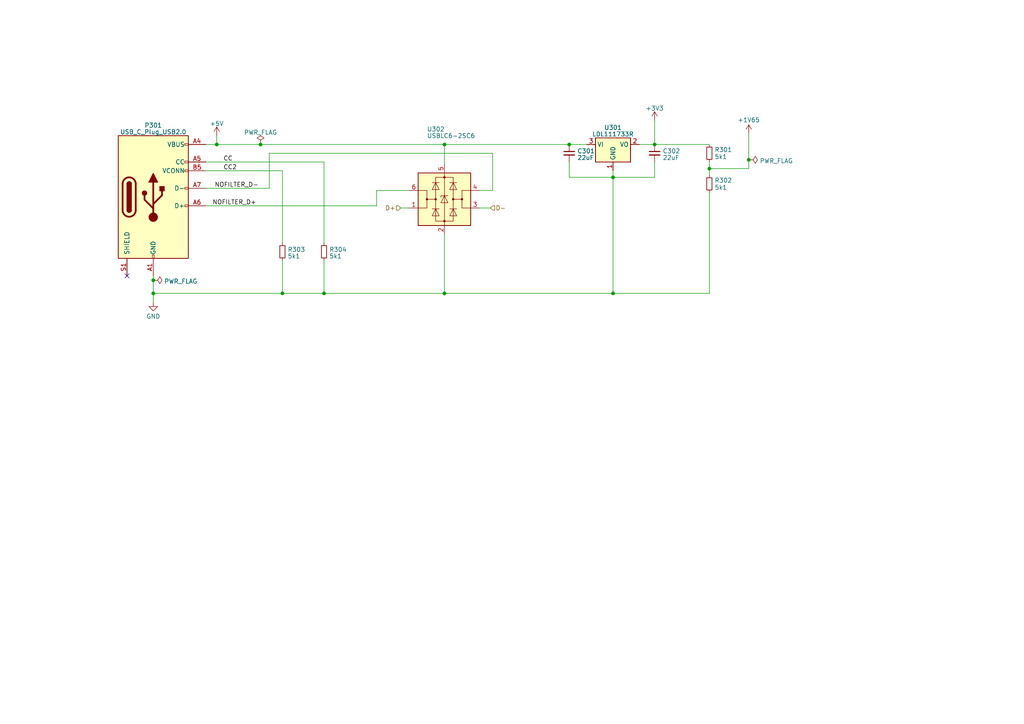
<source format=kicad_sch>
(kicad_sch (version 20230121) (generator eeschema)

  (uuid cb3fdef6-abf1-4949-adc6-2aa5c1f2fbe6)

  (paper "A4")

  (lib_symbols
    (symbol "Device:C_Small" (pin_numbers hide) (pin_names (offset 0.254) hide) (in_bom yes) (on_board yes)
      (property "Reference" "C" (at 0.254 1.778 0)
        (effects (font (size 1.27 1.27)) (justify left))
      )
      (property "Value" "C_Small" (at 0.254 -2.032 0)
        (effects (font (size 1.27 1.27)) (justify left))
      )
      (property "Footprint" "" (at 0 0 0)
        (effects (font (size 1.27 1.27)) hide)
      )
      (property "Datasheet" "~" (at 0 0 0)
        (effects (font (size 1.27 1.27)) hide)
      )
      (property "ki_keywords" "capacitor cap" (at 0 0 0)
        (effects (font (size 1.27 1.27)) hide)
      )
      (property "ki_description" "Unpolarized capacitor, small symbol" (at 0 0 0)
        (effects (font (size 1.27 1.27)) hide)
      )
      (property "ki_fp_filters" "C_*" (at 0 0 0)
        (effects (font (size 1.27 1.27)) hide)
      )
      (symbol "C_Small_0_1"
        (polyline
          (pts
            (xy -1.524 -0.508)
            (xy 1.524 -0.508)
          )
          (stroke (width 0.3302) (type default))
          (fill (type none))
        )
        (polyline
          (pts
            (xy -1.524 0.508)
            (xy 1.524 0.508)
          )
          (stroke (width 0.3048) (type default))
          (fill (type none))
        )
      )
      (symbol "C_Small_1_1"
        (pin passive line (at 0 2.54 270) (length 2.032)
          (name "~" (effects (font (size 1.27 1.27))))
          (number "1" (effects (font (size 1.27 1.27))))
        )
        (pin passive line (at 0 -2.54 90) (length 2.032)
          (name "~" (effects (font (size 1.27 1.27))))
          (number "2" (effects (font (size 1.27 1.27))))
        )
      )
    )
    (symbol "Device:R_Small" (pin_numbers hide) (pin_names (offset 0.254) hide) (in_bom yes) (on_board yes)
      (property "Reference" "R" (at 0.762 0.508 0)
        (effects (font (size 1.27 1.27)) (justify left))
      )
      (property "Value" "R_Small" (at 0.762 -1.016 0)
        (effects (font (size 1.27 1.27)) (justify left))
      )
      (property "Footprint" "" (at 0 0 0)
        (effects (font (size 1.27 1.27)) hide)
      )
      (property "Datasheet" "~" (at 0 0 0)
        (effects (font (size 1.27 1.27)) hide)
      )
      (property "ki_keywords" "R resistor" (at 0 0 0)
        (effects (font (size 1.27 1.27)) hide)
      )
      (property "ki_description" "Resistor, small symbol" (at 0 0 0)
        (effects (font (size 1.27 1.27)) hide)
      )
      (property "ki_fp_filters" "R_*" (at 0 0 0)
        (effects (font (size 1.27 1.27)) hide)
      )
      (symbol "R_Small_0_1"
        (rectangle (start -0.762 1.778) (end 0.762 -1.778)
          (stroke (width 0.2032) (type default))
          (fill (type none))
        )
      )
      (symbol "R_Small_1_1"
        (pin passive line (at 0 2.54 270) (length 0.762)
          (name "~" (effects (font (size 1.27 1.27))))
          (number "1" (effects (font (size 1.27 1.27))))
        )
        (pin passive line (at 0 -2.54 90) (length 0.762)
          (name "~" (effects (font (size 1.27 1.27))))
          (number "2" (effects (font (size 1.27 1.27))))
        )
      )
    )
    (symbol "Power_Protection:USBLC6-2SC6" (pin_names hide) (in_bom yes) (on_board yes)
      (property "Reference" "U" (at 2.54 8.89 0)
        (effects (font (size 1.27 1.27)) (justify left))
      )
      (property "Value" "USBLC6-2SC6" (at 2.54 -8.89 0)
        (effects (font (size 1.27 1.27)) (justify left))
      )
      (property "Footprint" "Package_TO_SOT_SMD:SOT-23-6" (at 0 -12.7 0)
        (effects (font (size 1.27 1.27)) hide)
      )
      (property "Datasheet" "https://www.st.com/resource/en/datasheet/usblc6-2.pdf" (at 5.08 8.89 0)
        (effects (font (size 1.27 1.27)) hide)
      )
      (property "ki_keywords" "usb ethernet video" (at 0 0 0)
        (effects (font (size 1.27 1.27)) hide)
      )
      (property "ki_description" "Very low capacitance ESD protection diode, 2 data-line, SOT-23-6" (at 0 0 0)
        (effects (font (size 1.27 1.27)) hide)
      )
      (property "ki_fp_filters" "SOT?23*" (at 0 0 0)
        (effects (font (size 1.27 1.27)) hide)
      )
      (symbol "USBLC6-2SC6_0_1"
        (rectangle (start -7.62 -7.62) (end 7.62 7.62)
          (stroke (width 0.254) (type default))
          (fill (type background))
        )
        (circle (center -5.08 0) (radius 0.254)
          (stroke (width 0) (type default))
          (fill (type outline))
        )
        (circle (center -2.54 0) (radius 0.254)
          (stroke (width 0) (type default))
          (fill (type outline))
        )
        (rectangle (start -2.54 6.35) (end 2.54 -6.35)
          (stroke (width 0) (type default))
          (fill (type none))
        )
        (circle (center 0 -6.35) (radius 0.254)
          (stroke (width 0) (type default))
          (fill (type outline))
        )
        (polyline
          (pts
            (xy -5.08 -2.54)
            (xy -7.62 -2.54)
          )
          (stroke (width 0) (type default))
          (fill (type none))
        )
        (polyline
          (pts
            (xy -5.08 0)
            (xy -5.08 -2.54)
          )
          (stroke (width 0) (type default))
          (fill (type none))
        )
        (polyline
          (pts
            (xy -5.08 2.54)
            (xy -7.62 2.54)
          )
          (stroke (width 0) (type default))
          (fill (type none))
        )
        (polyline
          (pts
            (xy -1.524 -2.794)
            (xy -3.556 -2.794)
          )
          (stroke (width 0) (type default))
          (fill (type none))
        )
        (polyline
          (pts
            (xy -1.524 4.826)
            (xy -3.556 4.826)
          )
          (stroke (width 0) (type default))
          (fill (type none))
        )
        (polyline
          (pts
            (xy 0 -7.62)
            (xy 0 -6.35)
          )
          (stroke (width 0) (type default))
          (fill (type none))
        )
        (polyline
          (pts
            (xy 0 -6.35)
            (xy 0 1.27)
          )
          (stroke (width 0) (type default))
          (fill (type none))
        )
        (polyline
          (pts
            (xy 0 1.27)
            (xy 0 6.35)
          )
          (stroke (width 0) (type default))
          (fill (type none))
        )
        (polyline
          (pts
            (xy 0 6.35)
            (xy 0 7.62)
          )
          (stroke (width 0) (type default))
          (fill (type none))
        )
        (polyline
          (pts
            (xy 1.524 -2.794)
            (xy 3.556 -2.794)
          )
          (stroke (width 0) (type default))
          (fill (type none))
        )
        (polyline
          (pts
            (xy 1.524 4.826)
            (xy 3.556 4.826)
          )
          (stroke (width 0) (type default))
          (fill (type none))
        )
        (polyline
          (pts
            (xy 5.08 -2.54)
            (xy 7.62 -2.54)
          )
          (stroke (width 0) (type default))
          (fill (type none))
        )
        (polyline
          (pts
            (xy 5.08 0)
            (xy 5.08 -2.54)
          )
          (stroke (width 0) (type default))
          (fill (type none))
        )
        (polyline
          (pts
            (xy 5.08 2.54)
            (xy 7.62 2.54)
          )
          (stroke (width 0) (type default))
          (fill (type none))
        )
        (polyline
          (pts
            (xy -2.54 0)
            (xy -5.08 0)
            (xy -5.08 2.54)
          )
          (stroke (width 0) (type default))
          (fill (type none))
        )
        (polyline
          (pts
            (xy 2.54 0)
            (xy 5.08 0)
            (xy 5.08 2.54)
          )
          (stroke (width 0) (type default))
          (fill (type none))
        )
        (polyline
          (pts
            (xy -3.556 -4.826)
            (xy -1.524 -4.826)
            (xy -2.54 -2.794)
            (xy -3.556 -4.826)
          )
          (stroke (width 0) (type default))
          (fill (type none))
        )
        (polyline
          (pts
            (xy -3.556 2.794)
            (xy -1.524 2.794)
            (xy -2.54 4.826)
            (xy -3.556 2.794)
          )
          (stroke (width 0) (type default))
          (fill (type none))
        )
        (polyline
          (pts
            (xy -1.016 -1.016)
            (xy 1.016 -1.016)
            (xy 0 1.016)
            (xy -1.016 -1.016)
          )
          (stroke (width 0) (type default))
          (fill (type none))
        )
        (polyline
          (pts
            (xy 1.016 1.016)
            (xy 0.762 1.016)
            (xy -1.016 1.016)
            (xy -1.016 0.508)
          )
          (stroke (width 0) (type default))
          (fill (type none))
        )
        (polyline
          (pts
            (xy 3.556 -4.826)
            (xy 1.524 -4.826)
            (xy 2.54 -2.794)
            (xy 3.556 -4.826)
          )
          (stroke (width 0) (type default))
          (fill (type none))
        )
        (polyline
          (pts
            (xy 3.556 2.794)
            (xy 1.524 2.794)
            (xy 2.54 4.826)
            (xy 3.556 2.794)
          )
          (stroke (width 0) (type default))
          (fill (type none))
        )
        (circle (center 0 6.35) (radius 0.254)
          (stroke (width 0) (type default))
          (fill (type outline))
        )
        (circle (center 2.54 0) (radius 0.254)
          (stroke (width 0) (type default))
          (fill (type outline))
        )
        (circle (center 5.08 0) (radius 0.254)
          (stroke (width 0) (type default))
          (fill (type outline))
        )
      )
      (symbol "USBLC6-2SC6_1_1"
        (pin passive line (at -10.16 -2.54 0) (length 2.54)
          (name "I/O1" (effects (font (size 1.27 1.27))))
          (number "1" (effects (font (size 1.27 1.27))))
        )
        (pin passive line (at 0 -10.16 90) (length 2.54)
          (name "GND" (effects (font (size 1.27 1.27))))
          (number "2" (effects (font (size 1.27 1.27))))
        )
        (pin passive line (at 10.16 -2.54 180) (length 2.54)
          (name "I/O2" (effects (font (size 1.27 1.27))))
          (number "3" (effects (font (size 1.27 1.27))))
        )
        (pin passive line (at 10.16 2.54 180) (length 2.54)
          (name "I/O2" (effects (font (size 1.27 1.27))))
          (number "4" (effects (font (size 1.27 1.27))))
        )
        (pin passive line (at 0 10.16 270) (length 2.54)
          (name "VBUS" (effects (font (size 1.27 1.27))))
          (number "5" (effects (font (size 1.27 1.27))))
        )
        (pin passive line (at -10.16 2.54 0) (length 2.54)
          (name "I/O1" (effects (font (size 1.27 1.27))))
          (number "6" (effects (font (size 1.27 1.27))))
        )
      )
    )
    (symbol "Regulator_Linear:AMS1117-3.3" (in_bom yes) (on_board yes)
      (property "Reference" "U" (at -3.81 3.175 0)
        (effects (font (size 1.27 1.27)))
      )
      (property "Value" "AMS1117-3.3" (at 0 3.175 0)
        (effects (font (size 1.27 1.27)) (justify left))
      )
      (property "Footprint" "Package_TO_SOT_SMD:SOT-223-3_TabPin2" (at 0 5.08 0)
        (effects (font (size 1.27 1.27)) hide)
      )
      (property "Datasheet" "http://www.advanced-monolithic.com/pdf/ds1117.pdf" (at 2.54 -6.35 0)
        (effects (font (size 1.27 1.27)) hide)
      )
      (property "ki_keywords" "linear regulator ldo fixed positive" (at 0 0 0)
        (effects (font (size 1.27 1.27)) hide)
      )
      (property "ki_description" "1A Low Dropout regulator, positive, 3.3V fixed output, SOT-223" (at 0 0 0)
        (effects (font (size 1.27 1.27)) hide)
      )
      (property "ki_fp_filters" "SOT?223*TabPin2*" (at 0 0 0)
        (effects (font (size 1.27 1.27)) hide)
      )
      (symbol "AMS1117-3.3_0_1"
        (rectangle (start -5.08 -5.08) (end 5.08 1.905)
          (stroke (width 0.254) (type default))
          (fill (type background))
        )
      )
      (symbol "AMS1117-3.3_1_1"
        (pin power_in line (at 0 -7.62 90) (length 2.54)
          (name "GND" (effects (font (size 1.27 1.27))))
          (number "1" (effects (font (size 1.27 1.27))))
        )
        (pin power_out line (at 7.62 0 180) (length 2.54)
          (name "VO" (effects (font (size 1.27 1.27))))
          (number "2" (effects (font (size 1.27 1.27))))
        )
        (pin power_in line (at -7.62 0 0) (length 2.54)
          (name "VI" (effects (font (size 1.27 1.27))))
          (number "3" (effects (font (size 1.27 1.27))))
        )
      )
    )
    (symbol "peepeedoodookaka:+1V65" (power) (pin_names (offset 0)) (in_bom yes) (on_board yes)
      (property "Reference" "#PWR" (at 0 -3.81 0)
        (effects (font (size 1.27 1.27)) hide)
      )
      (property "Value" "+1V65" (at 0 3.556 0)
        (effects (font (size 1.27 1.27)))
      )
      (property "Footprint" "" (at 0 0 0)
        (effects (font (size 1.27 1.27)) hide)
      )
      (property "Datasheet" "" (at 0 0 0)
        (effects (font (size 1.27 1.27)) hide)
      )
      (property "ki_keywords" "global power" (at 0 0 0)
        (effects (font (size 1.27 1.27)) hide)
      )
      (property "ki_description" "Power symbol creates a global label with name \"+3V3\"" (at 0 0 0)
        (effects (font (size 1.27 1.27)) hide)
      )
      (symbol "+1V65_0_1"
        (polyline
          (pts
            (xy -0.762 1.27)
            (xy 0 2.54)
          )
          (stroke (width 0) (type default))
          (fill (type none))
        )
        (polyline
          (pts
            (xy 0 0)
            (xy 0 2.54)
          )
          (stroke (width 0) (type default))
          (fill (type none))
        )
        (polyline
          (pts
            (xy 0 2.54)
            (xy 0.762 1.27)
          )
          (stroke (width 0) (type default))
          (fill (type none))
        )
      )
      (symbol "+1V65_1_1"
        (pin power_in line (at 0 0 90) (length 0) hide
          (name "+1V65" (effects (font (size 1.27 1.27))))
          (number "1" (effects (font (size 1.27 1.27))))
        )
      )
    )
    (symbol "peepeedoodookaka:USB_C_Plug_USB2.0" (pin_names (offset 1.016)) (in_bom yes) (on_board yes)
      (property "Reference" "P" (at -10.16 19.05 0)
        (effects (font (size 1.27 1.27)) (justify left))
      )
      (property "Value" "USB_C_Plug_USB2.0" (at 12.7 19.05 0)
        (effects (font (size 1.27 1.27)) (justify right))
      )
      (property "Footprint" "" (at 3.81 0 0)
        (effects (font (size 1.27 1.27)) hide)
      )
      (property "Datasheet" "https://www.usb.org/sites/default/files/documents/usb_type-c.zip" (at 3.81 0 0)
        (effects (font (size 1.27 1.27)) hide)
      )
      (property "ki_keywords" "usb universal serial bus type-C USB2.0" (at 0 0 0)
        (effects (font (size 1.27 1.27)) hide)
      )
      (property "ki_description" "USB 2.0-only Type-C Plug connector" (at 0 0 0)
        (effects (font (size 1.27 1.27)) hide)
      )
      (property "ki_fp_filters" "USB*C*Plug*" (at 0 0 0)
        (effects (font (size 1.27 1.27)) hide)
      )
      (symbol "USB_C_Plug_USB2.0_0_0"
        (rectangle (start -0.254 -17.78) (end 0.254 -16.764)
          (stroke (width 0) (type default))
          (fill (type none))
        )
        (rectangle (start 10.16 -2.286) (end 9.144 -2.794)
          (stroke (width 0) (type default))
          (fill (type none))
        )
        (rectangle (start 10.16 2.794) (end 9.144 2.286)
          (stroke (width 0) (type default))
          (fill (type none))
        )
        (rectangle (start 10.16 7.874) (end 9.144 7.366)
          (stroke (width 0) (type default))
          (fill (type none))
        )
        (rectangle (start 10.16 10.414) (end 9.144 9.906)
          (stroke (width 0) (type default))
          (fill (type none))
        )
        (rectangle (start 10.16 15.494) (end 9.144 14.986)
          (stroke (width 0) (type default))
          (fill (type none))
        )
      )
      (symbol "USB_C_Plug_USB2.0_0_1"
        (rectangle (start -10.16 17.78) (end 10.16 -17.78)
          (stroke (width 0.254) (type default))
          (fill (type background))
        )
        (arc (start -8.89 -3.81) (mid -6.985 -5.7067) (end -5.08 -3.81)
          (stroke (width 0.508) (type default))
          (fill (type none))
        )
        (arc (start -7.62 -3.81) (mid -6.985 -4.4423) (end -6.35 -3.81)
          (stroke (width 0.254) (type default))
          (fill (type none))
        )
        (arc (start -7.62 -3.81) (mid -6.985 -4.4423) (end -6.35 -3.81)
          (stroke (width 0.254) (type default))
          (fill (type outline))
        )
        (rectangle (start -7.62 -3.81) (end -6.35 3.81)
          (stroke (width 0.254) (type default))
          (fill (type outline))
        )
        (arc (start -6.35 3.81) (mid -6.985 4.4423) (end -7.62 3.81)
          (stroke (width 0.254) (type default))
          (fill (type none))
        )
        (arc (start -6.35 3.81) (mid -6.985 4.4423) (end -7.62 3.81)
          (stroke (width 0.254) (type default))
          (fill (type outline))
        )
        (arc (start -5.08 3.81) (mid -6.985 5.7067) (end -8.89 3.81)
          (stroke (width 0.508) (type default))
          (fill (type none))
        )
        (circle (center -2.54 1.143) (radius 0.635)
          (stroke (width 0.254) (type default))
          (fill (type outline))
        )
        (circle (center 0 -5.842) (radius 1.27)
          (stroke (width 0) (type default))
          (fill (type outline))
        )
        (polyline
          (pts
            (xy -8.89 -3.81)
            (xy -8.89 3.81)
          )
          (stroke (width 0.508) (type default))
          (fill (type none))
        )
        (polyline
          (pts
            (xy -5.08 3.81)
            (xy -5.08 -3.81)
          )
          (stroke (width 0.508) (type default))
          (fill (type none))
        )
        (polyline
          (pts
            (xy 0 -5.842)
            (xy 0 4.318)
          )
          (stroke (width 0.508) (type default))
          (fill (type none))
        )
        (polyline
          (pts
            (xy 0 -3.302)
            (xy -2.54 -0.762)
            (xy -2.54 0.508)
          )
          (stroke (width 0.508) (type default))
          (fill (type none))
        )
        (polyline
          (pts
            (xy 0 -2.032)
            (xy 2.54 0.508)
            (xy 2.54 1.778)
          )
          (stroke (width 0.508) (type default))
          (fill (type none))
        )
        (polyline
          (pts
            (xy -1.27 4.318)
            (xy 0 6.858)
            (xy 1.27 4.318)
            (xy -1.27 4.318)
          )
          (stroke (width 0.254) (type default))
          (fill (type outline))
        )
        (rectangle (start 1.905 1.778) (end 3.175 3.048)
          (stroke (width 0.254) (type default))
          (fill (type outline))
        )
      )
      (symbol "USB_C_Plug_USB2.0_1_1"
        (pin passive line (at 0 -22.86 90) (length 5.08)
          (name "GND" (effects (font (size 1.27 1.27))))
          (number "A1" (effects (font (size 1.27 1.27))))
        )
        (pin passive line (at 0 -22.86 90) (length 5.08) hide
          (name "GND" (effects (font (size 1.27 1.27))))
          (number "A12" (effects (font (size 1.27 1.27))))
        )
        (pin passive line (at 15.24 15.24 180) (length 5.08)
          (name "VBUS" (effects (font (size 1.27 1.27))))
          (number "A4" (effects (font (size 1.27 1.27))))
        )
        (pin bidirectional line (at 15.24 10.16 180) (length 5.08)
          (name "CC" (effects (font (size 1.27 1.27))))
          (number "A5" (effects (font (size 1.27 1.27))))
        )
        (pin bidirectional line (at 15.24 -2.54 180) (length 5.08)
          (name "D+" (effects (font (size 1.27 1.27))))
          (number "A6" (effects (font (size 1.27 1.27))))
        )
        (pin bidirectional line (at 15.24 2.54 180) (length 5.08)
          (name "D-" (effects (font (size 1.27 1.27))))
          (number "A7" (effects (font (size 1.27 1.27))))
        )
        (pin passive line (at 15.24 15.24 180) (length 5.08) hide
          (name "VBUS" (effects (font (size 1.27 1.27))))
          (number "A9" (effects (font (size 1.27 1.27))))
        )
        (pin passive line (at 0 -22.86 90) (length 5.08) hide
          (name "GND" (effects (font (size 1.27 1.27))))
          (number "B1" (effects (font (size 1.27 1.27))))
        )
        (pin passive line (at 0 -22.86 90) (length 5.08) hide
          (name "GND" (effects (font (size 1.27 1.27))))
          (number "B12" (effects (font (size 1.27 1.27))))
        )
        (pin passive line (at 15.24 15.24 180) (length 5.08) hide
          (name "VBUS" (effects (font (size 1.27 1.27))))
          (number "B4" (effects (font (size 1.27 1.27))))
        )
        (pin bidirectional line (at 15.24 7.62 180) (length 5.08)
          (name "VCONN" (effects (font (size 1.27 1.27))))
          (number "B5" (effects (font (size 1.27 1.27))))
        )
        (pin bidirectional line (at 15.24 -2.54 180) (length 5.08) hide
          (name "D+" (effects (font (size 1.27 1.27))))
          (number "B6" (effects (font (size 1.27 1.27))))
        )
        (pin bidirectional line (at 15.24 2.54 180) (length 5.08) hide
          (name "D-" (effects (font (size 1.27 1.27))))
          (number "B7" (effects (font (size 1.27 1.27))))
        )
        (pin passive line (at 15.24 15.24 180) (length 5.08) hide
          (name "VBUS" (effects (font (size 1.27 1.27))))
          (number "B9" (effects (font (size 1.27 1.27))))
        )
        (pin passive line (at -7.62 -22.86 90) (length 5.08)
          (name "SHIELD" (effects (font (size 1.27 1.27))))
          (number "S1" (effects (font (size 1.27 1.27))))
        )
      )
    )
    (symbol "power:+3V3" (power) (pin_names (offset 0)) (in_bom yes) (on_board yes)
      (property "Reference" "#PWR" (at 0 -3.81 0)
        (effects (font (size 1.27 1.27)) hide)
      )
      (property "Value" "+3V3" (at 0 3.556 0)
        (effects (font (size 1.27 1.27)))
      )
      (property "Footprint" "" (at 0 0 0)
        (effects (font (size 1.27 1.27)) hide)
      )
      (property "Datasheet" "" (at 0 0 0)
        (effects (font (size 1.27 1.27)) hide)
      )
      (property "ki_keywords" "global power" (at 0 0 0)
        (effects (font (size 1.27 1.27)) hide)
      )
      (property "ki_description" "Power symbol creates a global label with name \"+3V3\"" (at 0 0 0)
        (effects (font (size 1.27 1.27)) hide)
      )
      (symbol "+3V3_0_1"
        (polyline
          (pts
            (xy -0.762 1.27)
            (xy 0 2.54)
          )
          (stroke (width 0) (type default))
          (fill (type none))
        )
        (polyline
          (pts
            (xy 0 0)
            (xy 0 2.54)
          )
          (stroke (width 0) (type default))
          (fill (type none))
        )
        (polyline
          (pts
            (xy 0 2.54)
            (xy 0.762 1.27)
          )
          (stroke (width 0) (type default))
          (fill (type none))
        )
      )
      (symbol "+3V3_1_1"
        (pin power_in line (at 0 0 90) (length 0) hide
          (name "+3V3" (effects (font (size 1.27 1.27))))
          (number "1" (effects (font (size 1.27 1.27))))
        )
      )
    )
    (symbol "power:+5V" (power) (pin_names (offset 0)) (in_bom yes) (on_board yes)
      (property "Reference" "#PWR" (at 0 -3.81 0)
        (effects (font (size 1.27 1.27)) hide)
      )
      (property "Value" "+5V" (at 0 3.556 0)
        (effects (font (size 1.27 1.27)))
      )
      (property "Footprint" "" (at 0 0 0)
        (effects (font (size 1.27 1.27)) hide)
      )
      (property "Datasheet" "" (at 0 0 0)
        (effects (font (size 1.27 1.27)) hide)
      )
      (property "ki_keywords" "global power" (at 0 0 0)
        (effects (font (size 1.27 1.27)) hide)
      )
      (property "ki_description" "Power symbol creates a global label with name \"+5V\"" (at 0 0 0)
        (effects (font (size 1.27 1.27)) hide)
      )
      (symbol "+5V_0_1"
        (polyline
          (pts
            (xy -0.762 1.27)
            (xy 0 2.54)
          )
          (stroke (width 0) (type default))
          (fill (type none))
        )
        (polyline
          (pts
            (xy 0 0)
            (xy 0 2.54)
          )
          (stroke (width 0) (type default))
          (fill (type none))
        )
        (polyline
          (pts
            (xy 0 2.54)
            (xy 0.762 1.27)
          )
          (stroke (width 0) (type default))
          (fill (type none))
        )
      )
      (symbol "+5V_1_1"
        (pin power_in line (at 0 0 90) (length 0) hide
          (name "+5V" (effects (font (size 1.27 1.27))))
          (number "1" (effects (font (size 1.27 1.27))))
        )
      )
    )
    (symbol "power:GND" (power) (pin_names (offset 0)) (in_bom yes) (on_board yes)
      (property "Reference" "#PWR" (at 0 -6.35 0)
        (effects (font (size 1.27 1.27)) hide)
      )
      (property "Value" "GND" (at 0 -3.81 0)
        (effects (font (size 1.27 1.27)))
      )
      (property "Footprint" "" (at 0 0 0)
        (effects (font (size 1.27 1.27)) hide)
      )
      (property "Datasheet" "" (at 0 0 0)
        (effects (font (size 1.27 1.27)) hide)
      )
      (property "ki_keywords" "global power" (at 0 0 0)
        (effects (font (size 1.27 1.27)) hide)
      )
      (property "ki_description" "Power symbol creates a global label with name \"GND\" , ground" (at 0 0 0)
        (effects (font (size 1.27 1.27)) hide)
      )
      (symbol "GND_0_1"
        (polyline
          (pts
            (xy 0 0)
            (xy 0 -1.27)
            (xy 1.27 -1.27)
            (xy 0 -2.54)
            (xy -1.27 -1.27)
            (xy 0 -1.27)
          )
          (stroke (width 0) (type default))
          (fill (type none))
        )
      )
      (symbol "GND_1_1"
        (pin power_in line (at 0 0 270) (length 0) hide
          (name "GND" (effects (font (size 1.27 1.27))))
          (number "1" (effects (font (size 1.27 1.27))))
        )
      )
    )
    (symbol "power:PWR_FLAG" (power) (pin_numbers hide) (pin_names (offset 0) hide) (in_bom yes) (on_board yes)
      (property "Reference" "#FLG" (at 0 1.905 0)
        (effects (font (size 1.27 1.27)) hide)
      )
      (property "Value" "PWR_FLAG" (at 0 3.81 0)
        (effects (font (size 1.27 1.27)))
      )
      (property "Footprint" "" (at 0 0 0)
        (effects (font (size 1.27 1.27)) hide)
      )
      (property "Datasheet" "~" (at 0 0 0)
        (effects (font (size 1.27 1.27)) hide)
      )
      (property "ki_keywords" "flag power" (at 0 0 0)
        (effects (font (size 1.27 1.27)) hide)
      )
      (property "ki_description" "Special symbol for telling ERC where power comes from" (at 0 0 0)
        (effects (font (size 1.27 1.27)) hide)
      )
      (symbol "PWR_FLAG_0_0"
        (pin power_out line (at 0 0 90) (length 0)
          (name "pwr" (effects (font (size 1.27 1.27))))
          (number "1" (effects (font (size 1.27 1.27))))
        )
      )
      (symbol "PWR_FLAG_0_1"
        (polyline
          (pts
            (xy 0 0)
            (xy 0 1.27)
            (xy -1.016 1.905)
            (xy 0 2.54)
            (xy 1.016 1.905)
            (xy 0 1.27)
          )
          (stroke (width 0) (type default))
          (fill (type none))
        )
      )
    )
  )

  (junction (at 128.905 41.91) (diameter 0) (color 0 0 0 0)
    (uuid 02b189c5-c678-4de6-b85e-260fcdc89bf5)
  )
  (junction (at 177.8 51.435) (diameter 0) (color 0 0 0 0)
    (uuid 1b00473a-f016-4303-9a1a-d3c2c041ff8d)
  )
  (junction (at 81.915 85.09) (diameter 0) (color 0 0 0 0)
    (uuid 337e45d4-f68b-4539-9a57-495d10852b3e)
  )
  (junction (at 75.565 41.91) (diameter 0) (color 0 0 0 0)
    (uuid 53ee024e-6e46-41b7-9d25-bc08ca0a391c)
  )
  (junction (at 165.1 41.91) (diameter 0) (color 0 0 0 0)
    (uuid 63a185a1-1cc9-4b73-b192-08935e2aa058)
  )
  (junction (at 217.17 46.355) (diameter 0) (color 0 0 0 0)
    (uuid 691e64c7-fcff-4fd5-860a-e98eda65866b)
  )
  (junction (at 128.905 85.09) (diameter 0) (color 0 0 0 0)
    (uuid 7b1b204e-66c3-4441-8081-3065057c6aaf)
  )
  (junction (at 44.45 85.09) (diameter 0) (color 0 0 0 0)
    (uuid 7e609796-2fab-42e0-8d49-2cd0e4d2c9b6)
  )
  (junction (at 177.8 85.09) (diameter 0) (color 0 0 0 0)
    (uuid 7f6fc4fa-5489-4213-92b3-7e058e16692a)
  )
  (junction (at 189.865 41.91) (diameter 0) (color 0 0 0 0)
    (uuid a11273b5-d2db-4985-9346-87588a31acf0)
  )
  (junction (at 205.74 48.895) (diameter 0) (color 0 0 0 0)
    (uuid aaf49871-a2eb-44b9-8e20-5b2378f76f73)
  )
  (junction (at 93.98 85.09) (diameter 0) (color 0 0 0 0)
    (uuid d190f750-616d-4f7e-99e2-10173d603f7c)
  )
  (junction (at 62.865 41.91) (diameter 0) (color 0 0 0 0)
    (uuid d8baa5b1-96b4-4cc1-94d8-eb4248c61f7a)
  )
  (junction (at 44.45 81.28) (diameter 0) (color 0 0 0 0)
    (uuid e1e9bebb-55ed-48c0-bf9b-fddfb1de7e17)
  )

  (no_connect (at 36.83 80.01) (uuid 9fada2ab-5aaa-4e8e-9900-2c0971a43589))

  (wire (pts (xy 78.105 44.45) (xy 78.105 54.61))
    (stroke (width 0) (type default))
    (uuid 01b92f01-2c97-4fd7-aeab-0abbb1e614a4)
  )
  (wire (pts (xy 177.8 85.09) (xy 177.8 51.435))
    (stroke (width 0) (type default))
    (uuid 05c10a51-bf37-4d25-a76a-a6676e268eb7)
  )
  (wire (pts (xy 93.98 85.09) (xy 81.915 85.09))
    (stroke (width 0) (type default))
    (uuid 101f51be-b395-4b7e-8c90-954913388d8b)
  )
  (wire (pts (xy 59.69 59.69) (xy 109.22 59.69))
    (stroke (width 0) (type default))
    (uuid 10ab8011-21b6-404b-ba82-08c0d5d6d67f)
  )
  (wire (pts (xy 44.45 85.09) (xy 44.45 81.28))
    (stroke (width 0) (type default))
    (uuid 1191411c-e696-408e-84fc-f9a2011f0e92)
  )
  (wire (pts (xy 128.905 85.725) (xy 128.905 85.09))
    (stroke (width 0) (type default))
    (uuid 19e1fbb8-effe-4b94-b35a-761a18d9549e)
  )
  (wire (pts (xy 165.1 41.91) (xy 170.18 41.91))
    (stroke (width 0) (type default))
    (uuid 1dce014d-354b-482a-b83b-dba0b265a10b)
  )
  (wire (pts (xy 177.8 51.435) (xy 177.8 49.53))
    (stroke (width 0) (type default))
    (uuid 1f31d2e6-4b07-4bf9-8f81-d9986be55641)
  )
  (wire (pts (xy 44.45 85.09) (xy 81.915 85.09))
    (stroke (width 0) (type default))
    (uuid 21c6d516-a853-4421-ba80-95ebc47c722a)
  )
  (wire (pts (xy 217.17 48.895) (xy 205.74 48.895))
    (stroke (width 0) (type default))
    (uuid 29022c23-b00c-461e-9426-3d9aa8dee212)
  )
  (wire (pts (xy 59.69 46.99) (xy 93.98 46.99))
    (stroke (width 0) (type default))
    (uuid 2db14d23-cbe0-4b5c-9906-2e79384ca662)
  )
  (wire (pts (xy 44.45 85.09) (xy 44.45 87.63))
    (stroke (width 0) (type default))
    (uuid 2fe8ce74-94e3-4b0b-bfb5-0568783186ea)
  )
  (wire (pts (xy 78.105 44.45) (xy 142.875 44.45))
    (stroke (width 0) (type default))
    (uuid 3acd82b0-7a9a-4bc8-b5d4-7e066639ff04)
  )
  (wire (pts (xy 217.17 46.355) (xy 217.17 38.735))
    (stroke (width 0) (type default))
    (uuid 48b4e830-6e4e-455c-b86c-4215709d11de)
  )
  (wire (pts (xy 189.865 41.91) (xy 205.74 41.91))
    (stroke (width 0) (type default))
    (uuid 4b2a3234-8bf4-4b5d-9bad-db8ca9d67312)
  )
  (wire (pts (xy 62.865 41.91) (xy 59.69 41.91))
    (stroke (width 0) (type default))
    (uuid 4c554190-abfa-4cf7-bde4-a51774813a15)
  )
  (wire (pts (xy 116.205 60.325) (xy 118.745 60.325))
    (stroke (width 0) (type default))
    (uuid 4d0e5fba-46d5-4f2b-85e8-b299b42b5858)
  )
  (wire (pts (xy 62.865 41.91) (xy 75.565 41.91))
    (stroke (width 0) (type default))
    (uuid 4d5f19a6-344a-4152-8251-99e145f8f7da)
  )
  (wire (pts (xy 109.22 59.69) (xy 109.22 55.245))
    (stroke (width 0) (type default))
    (uuid 59b50285-ca9e-4880-a5dc-cfc60719856a)
  )
  (wire (pts (xy 139.065 60.325) (xy 142.24 60.325))
    (stroke (width 0) (type default))
    (uuid 63319bd3-d288-438e-a36b-7e41255ecb7f)
  )
  (wire (pts (xy 142.875 55.245) (xy 139.065 55.245))
    (stroke (width 0) (type default))
    (uuid 653eb95d-c865-4bd4-859e-25af1653e307)
  )
  (wire (pts (xy 59.69 49.53) (xy 81.915 49.53))
    (stroke (width 0) (type default))
    (uuid 7118d43b-9e89-4d04-9721-c380392ec86f)
  )
  (wire (pts (xy 81.915 49.53) (xy 81.915 70.485))
    (stroke (width 0) (type default))
    (uuid 7459a30b-624f-4b2f-9d98-5e6a2d401af3)
  )
  (wire (pts (xy 217.17 48.895) (xy 217.17 46.355))
    (stroke (width 0) (type default))
    (uuid 78deead8-eca1-444d-881d-97976eb287fe)
  )
  (wire (pts (xy 93.98 85.09) (xy 128.905 85.09))
    (stroke (width 0) (type default))
    (uuid 78e5b478-759f-4f52-9902-dbd7958cf20c)
  )
  (wire (pts (xy 177.8 85.09) (xy 205.74 85.09))
    (stroke (width 0) (type default))
    (uuid 7c947e92-a5eb-4581-b716-8cc485bae98f)
  )
  (wire (pts (xy 142.875 44.45) (xy 142.875 55.245))
    (stroke (width 0) (type default))
    (uuid 827f8348-0cd4-4970-b8c6-d41fa3baf87c)
  )
  (wire (pts (xy 128.905 41.91) (xy 128.905 47.625))
    (stroke (width 0) (type default))
    (uuid 857c4056-e41c-425e-807d-0a51e2edc149)
  )
  (wire (pts (xy 93.98 75.565) (xy 93.98 85.09))
    (stroke (width 0) (type default))
    (uuid 89df7964-39a7-455b-9bca-386a090fd87f)
  )
  (wire (pts (xy 185.42 41.91) (xy 189.865 41.91))
    (stroke (width 0) (type default))
    (uuid 92d574c8-8669-4bd7-8dd2-026cd7cfed0f)
  )
  (wire (pts (xy 93.98 70.485) (xy 93.98 46.99))
    (stroke (width 0) (type default))
    (uuid 99a3ae1e-22f7-43e0-a53e-451003e2e902)
  )
  (wire (pts (xy 189.865 51.435) (xy 177.8 51.435))
    (stroke (width 0) (type default))
    (uuid 9c4b900f-2408-4495-aec5-145caff9d137)
  )
  (wire (pts (xy 205.74 85.09) (xy 205.74 55.88))
    (stroke (width 0) (type default))
    (uuid a27acb0d-7a17-494f-b5d9-d3affc556cbd)
  )
  (wire (pts (xy 44.45 81.28) (xy 44.45 80.01))
    (stroke (width 0) (type default))
    (uuid bc1cc9e3-1c49-4307-be98-903d7eb6753f)
  )
  (wire (pts (xy 75.565 41.91) (xy 128.905 41.91))
    (stroke (width 0) (type default))
    (uuid bef384a0-e14e-4534-92a4-986060bdd8e0)
  )
  (wire (pts (xy 59.69 54.61) (xy 78.105 54.61))
    (stroke (width 0) (type default))
    (uuid c72cf1ae-9703-4679-b722-ddefb9cb84b1)
  )
  (wire (pts (xy 189.865 34.925) (xy 189.865 41.91))
    (stroke (width 0) (type default))
    (uuid cb5ad7fb-a559-401d-a4a9-2a41dbb2582d)
  )
  (wire (pts (xy 128.905 41.91) (xy 165.1 41.91))
    (stroke (width 0) (type default))
    (uuid ce387fd3-679d-42d3-b8f5-cd5dff90dfce)
  )
  (wire (pts (xy 62.865 39.37) (xy 62.865 41.91))
    (stroke (width 0) (type default))
    (uuid d3e24792-ca89-41cc-8a2c-a60de42829b6)
  )
  (wire (pts (xy 205.74 46.99) (xy 205.74 48.895))
    (stroke (width 0) (type default))
    (uuid d4b5322c-36ec-47e3-bb90-3ef44686d2f2)
  )
  (wire (pts (xy 205.74 48.895) (xy 205.74 50.8))
    (stroke (width 0) (type default))
    (uuid e109743c-06cd-4612-80a1-7ad39c486b85)
  )
  (wire (pts (xy 189.865 46.99) (xy 189.865 51.435))
    (stroke (width 0) (type default))
    (uuid e15cab8c-06f4-4d39-b029-7bea3b373f46)
  )
  (wire (pts (xy 165.1 46.99) (xy 165.1 51.435))
    (stroke (width 0) (type default))
    (uuid e8fa00ed-1dc4-4521-9ada-4641266aaafd)
  )
  (wire (pts (xy 109.22 55.245) (xy 118.745 55.245))
    (stroke (width 0) (type default))
    (uuid eb99b0e4-e213-4712-874b-bd783a67c07a)
  )
  (wire (pts (xy 81.915 75.565) (xy 81.915 85.09))
    (stroke (width 0) (type default))
    (uuid ecaba823-6ef2-4d90-9c24-05fa47b440b0)
  )
  (wire (pts (xy 128.905 67.945) (xy 128.905 85.09))
    (stroke (width 0) (type default))
    (uuid ef0193ca-ce59-4c3c-9d8d-56d52a78065d)
  )
  (wire (pts (xy 165.1 51.435) (xy 177.8 51.435))
    (stroke (width 0) (type default))
    (uuid f0f837bd-04ce-47cb-9f7d-9daed8bac1e5)
  )
  (wire (pts (xy 128.905 85.09) (xy 177.8 85.09))
    (stroke (width 0) (type default))
    (uuid f263e2e6-2bc0-4e3f-86e5-df541799e8e0)
  )

  (label "NOFILTER_D-" (at 62.23 54.61 0) (fields_autoplaced)
    (effects (font (size 1.27 1.27)) (justify left bottom))
    (uuid 1e2bc68a-1bac-49b1-8794-561710ede0c6)
  )
  (label "CC" (at 64.77 46.99 0) (fields_autoplaced)
    (effects (font (size 1.27 1.27)) (justify left bottom))
    (uuid 61169a0b-0c2d-48a3-aa29-7a5e6b1d42e1)
  )
  (label "NOFILTER_D+" (at 61.595 59.69 0) (fields_autoplaced)
    (effects (font (size 1.27 1.27)) (justify left bottom))
    (uuid a53307f7-507d-4683-b500-968ccdacfaaf)
  )
  (label "CC2" (at 64.77 49.53 0) (fields_autoplaced)
    (effects (font (size 1.27 1.27)) (justify left bottom))
    (uuid b6c4e680-d39d-4b48-a1e8-481b7fdbf9f8)
  )

  (hierarchical_label "D-" (shape input) (at 142.24 60.325 0) (fields_autoplaced)
    (effects (font (size 1.27 1.27)) (justify left))
    (uuid 3c98f622-756a-44b7-b2ab-c338ea8fb38f)
  )
  (hierarchical_label "D+" (shape input) (at 116.205 60.325 180) (fields_autoplaced)
    (effects (font (size 1.27 1.27)) (justify right))
    (uuid ba4be56f-03ec-410e-90d0-bf3b17e7777e)
  )

  (symbol (lib_id "power:PWR_FLAG") (at 75.565 41.91 0) (unit 1)
    (in_bom yes) (on_board yes) (dnp no) (fields_autoplaced)
    (uuid 0fdf4c11-12d7-4281-be28-492b05652a40)
    (property "Reference" "#FLG0301" (at 75.565 40.005 0)
      (effects (font (size 1.27 1.27)) hide)
    )
    (property "Value" "PWR_FLAG" (at 75.565 38.4081 0)
      (effects (font (size 1.27 1.27)))
    )
    (property "Footprint" "" (at 75.565 41.91 0)
      (effects (font (size 1.27 1.27)) hide)
    )
    (property "Datasheet" "~" (at 75.565 41.91 0)
      (effects (font (size 1.27 1.27)) hide)
    )
    (pin "1" (uuid aefd1154-2cb1-4655-ba50-966693fa00a8))
    (instances
      (project "esp"
        (path "/d8fe67a6-0689-48b0-90b5-ae5bbcd4903f/18caef91-1001-428e-8d9c-39705f29246a"
          (reference "#FLG0301") (unit 1)
        )
      )
    )
  )

  (symbol (lib_id "Device:C_Small") (at 189.865 44.45 0) (unit 1)
    (in_bom yes) (on_board yes) (dnp no) (fields_autoplaced)
    (uuid 2275d9b5-b02a-4171-8d3f-1023866ac837)
    (property "Reference" "C302" (at 192.1891 43.8126 0)
      (effects (font (size 1.27 1.27)) (justify left))
    )
    (property "Value" "22uF" (at 192.1891 45.7336 0)
      (effects (font (size 1.27 1.27)) (justify left))
    )
    (property "Footprint" "Capacitor_SMD:C_1206_3216Metric" (at 189.865 44.45 0)
      (effects (font (size 1.27 1.27)) hide)
    )
    (property "Datasheet" "~" (at 189.865 44.45 0)
      (effects (font (size 1.27 1.27)) hide)
    )
    (pin "1" (uuid 86a64e63-46df-4c07-af04-1cc3c1a9f199))
    (pin "2" (uuid 66ed69f5-31ad-4602-b502-c94163f1726e))
    (instances
      (project "esp"
        (path "/d8fe67a6-0689-48b0-90b5-ae5bbcd4903f/18caef91-1001-428e-8d9c-39705f29246a"
          (reference "C302") (unit 1)
        )
      )
    )
  )

  (symbol (lib_id "power:+5V") (at 62.865 39.37 0) (unit 1)
    (in_bom yes) (on_board yes) (dnp no) (fields_autoplaced)
    (uuid 2ed6bd06-088f-441a-8c75-5c340c3aa1b0)
    (property "Reference" "#PWR0303" (at 62.865 43.18 0)
      (effects (font (size 1.27 1.27)) hide)
    )
    (property "Value" "+5V" (at 62.865 35.8681 0)
      (effects (font (size 1.27 1.27)))
    )
    (property "Footprint" "" (at 62.865 39.37 0)
      (effects (font (size 1.27 1.27)) hide)
    )
    (property "Datasheet" "" (at 62.865 39.37 0)
      (effects (font (size 1.27 1.27)) hide)
    )
    (pin "1" (uuid 561c7e05-adce-4511-9a4d-345571255054))
    (instances
      (project "esp"
        (path "/d8fe67a6-0689-48b0-90b5-ae5bbcd4903f/18caef91-1001-428e-8d9c-39705f29246a"
          (reference "#PWR0303") (unit 1)
        )
      )
    )
  )

  (symbol (lib_id "Power_Protection:USBLC6-2SC6") (at 128.905 57.785 0) (unit 1)
    (in_bom yes) (on_board yes) (dnp no)
    (uuid 3bf90dc9-b05c-45de-ad89-0a923d687ffb)
    (property "Reference" "U302" (at 123.825 37.465 0)
      (effects (font (size 1.27 1.27)) (justify left))
    )
    (property "Value" "USBLC6-2SC6" (at 123.825 39.386 0)
      (effects (font (size 1.27 1.27)) (justify left))
    )
    (property "Footprint" "Package_TO_SOT_SMD:SOT-23-6" (at 128.905 70.485 0)
      (effects (font (size 1.27 1.27)) hide)
    )
    (property "Datasheet" "https://www.st.com/resource/en/datasheet/usblc6-2.pdf" (at 133.985 48.895 0)
      (effects (font (size 1.27 1.27)) hide)
    )
    (pin "1" (uuid 48441435-1713-4aef-8706-431b541434b1))
    (pin "2" (uuid 2c8f23bb-f677-4a9c-a9b4-2e059df11b81))
    (pin "3" (uuid 27d6a4de-fdc8-490f-8eab-b71c517c8d0b))
    (pin "4" (uuid f694aa2e-4b2e-470f-a871-a4e71387e955))
    (pin "5" (uuid ff6d3d6f-b97f-4849-91ed-1661ccafb842))
    (pin "6" (uuid d1739cde-2b54-4ced-8b12-5409aaf60628))
    (instances
      (project "esp"
        (path "/d8fe67a6-0689-48b0-90b5-ae5bbcd4903f/18caef91-1001-428e-8d9c-39705f29246a"
          (reference "U302") (unit 1)
        )
      )
    )
  )

  (symbol (lib_id "Device:R_Small") (at 93.98 73.025 0) (unit 1)
    (in_bom yes) (on_board yes) (dnp no) (fields_autoplaced)
    (uuid 4085e0f1-2bcc-4828-b4fe-0fe5a63564f0)
    (property "Reference" "R304" (at 95.4786 72.3813 0)
      (effects (font (size 1.27 1.27)) (justify left))
    )
    (property "Value" "5k1" (at 95.4786 74.3023 0)
      (effects (font (size 1.27 1.27)) (justify left))
    )
    (property "Footprint" "Resistor_SMD:R_0402_1005Metric" (at 93.98 73.025 0)
      (effects (font (size 1.27 1.27)) hide)
    )
    (property "Datasheet" "~" (at 93.98 73.025 0)
      (effects (font (size 1.27 1.27)) hide)
    )
    (pin "1" (uuid 0a34a1d2-4e42-41e6-a47f-c15e57ab9183))
    (pin "2" (uuid 75d8729e-5045-4600-85e0-fb0e5cfcc744))
    (instances
      (project "esp"
        (path "/d8fe67a6-0689-48b0-90b5-ae5bbcd4903f/18caef91-1001-428e-8d9c-39705f29246a"
          (reference "R304") (unit 1)
        )
      )
    )
  )

  (symbol (lib_id "power:+3V3") (at 189.865 34.925 0) (unit 1)
    (in_bom yes) (on_board yes) (dnp no) (fields_autoplaced)
    (uuid 443ebc6f-d4bc-41c2-a482-36e49b06ca9b)
    (property "Reference" "#PWR0301" (at 189.865 38.735 0)
      (effects (font (size 1.27 1.27)) hide)
    )
    (property "Value" "+3V3" (at 189.865 31.4231 0)
      (effects (font (size 1.27 1.27)))
    )
    (property "Footprint" "" (at 189.865 34.925 0)
      (effects (font (size 1.27 1.27)) hide)
    )
    (property "Datasheet" "" (at 189.865 34.925 0)
      (effects (font (size 1.27 1.27)) hide)
    )
    (pin "1" (uuid 38155f2a-397c-4d1e-83f1-93d36423b2a9))
    (instances
      (project "esp"
        (path "/d8fe67a6-0689-48b0-90b5-ae5bbcd4903f/18caef91-1001-428e-8d9c-39705f29246a"
          (reference "#PWR0301") (unit 1)
        )
      )
    )
  )

  (symbol (lib_id "peepeedoodookaka:USB_C_Plug_USB2.0") (at 44.45 57.15 0) (unit 1)
    (in_bom yes) (on_board yes) (dnp no) (fields_autoplaced)
    (uuid 53c2626a-7aa9-46d0-bbef-131e5046c2d2)
    (property "Reference" "P301" (at 44.45 36.3601 0)
      (effects (font (size 1.27 1.27)))
    )
    (property "Value" "USB_C_Plug_USB2.0" (at 44.45 38.2811 0)
      (effects (font (size 1.27 1.27)))
    )
    (property "Footprint" "Connector_USB:USB_C_Receptacle_HRO_TYPE-C-31-M-12" (at 48.26 57.15 0)
      (effects (font (size 1.27 1.27)) hide)
    )
    (property "Datasheet" "https://www.usb.org/sites/default/files/documents/usb_type-c.zip" (at 48.26 57.15 0)
      (effects (font (size 1.27 1.27)) hide)
    )
    (pin "A1" (uuid 0dacf696-64ed-44ec-997a-a814a661212b))
    (pin "A12" (uuid 2c525cd1-0f51-41f0-a462-de7a9f3ee448))
    (pin "A4" (uuid c30eceb8-137c-400a-90f5-11934a7dc151))
    (pin "A5" (uuid 207e8651-c7c4-4eb7-b45f-3450fc1210b5))
    (pin "A6" (uuid 76a729dc-4202-4f3b-97a8-eff00eba90dc))
    (pin "A7" (uuid 58579b9b-067c-4187-9331-921c4087515b))
    (pin "A9" (uuid 282c286f-7ce8-4124-be64-7eac07f8600c))
    (pin "B1" (uuid adc78054-53b5-4ac9-b4eb-37704666bae9))
    (pin "B12" (uuid 0a1b82cb-f6c1-4c23-8c11-156559d40c86))
    (pin "B4" (uuid 26869abe-5d20-4362-b0a5-746b9e9efc99))
    (pin "B5" (uuid ada67d4a-feae-4035-b274-48e47eb0620b))
    (pin "B6" (uuid a38d9a82-820b-4c02-b642-c281b69dde9c))
    (pin "B7" (uuid 3ca00623-a630-4d2d-9d8a-d024e8b53575))
    (pin "B9" (uuid d7716284-1063-4f21-a63a-aece01f97385))
    (pin "S1" (uuid 2964a3c5-3a6f-4fed-ab4f-439788b3de4a))
    (instances
      (project "esp"
        (path "/d8fe67a6-0689-48b0-90b5-ae5bbcd4903f/18caef91-1001-428e-8d9c-39705f29246a"
          (reference "P301") (unit 1)
        )
      )
    )
  )

  (symbol (lib_id "power:PWR_FLAG") (at 44.45 81.28 270) (unit 1)
    (in_bom yes) (on_board yes) (dnp no) (fields_autoplaced)
    (uuid 59ae1b7f-0e4e-4771-9d65-1e4ea44cb8d5)
    (property "Reference" "#FLG0303" (at 46.355 81.28 0)
      (effects (font (size 1.27 1.27)) hide)
    )
    (property "Value" "PWR_FLAG" (at 47.625 81.5968 90)
      (effects (font (size 1.27 1.27)) (justify left))
    )
    (property "Footprint" "" (at 44.45 81.28 0)
      (effects (font (size 1.27 1.27)) hide)
    )
    (property "Datasheet" "~" (at 44.45 81.28 0)
      (effects (font (size 1.27 1.27)) hide)
    )
    (pin "1" (uuid f5d799cb-b7ad-4521-be9e-c6b3c9ac9ff4))
    (instances
      (project "esp"
        (path "/d8fe67a6-0689-48b0-90b5-ae5bbcd4903f/18caef91-1001-428e-8d9c-39705f29246a"
          (reference "#FLG0303") (unit 1)
        )
      )
    )
  )

  (symbol (lib_id "Device:R_Small") (at 205.74 44.45 0) (unit 1)
    (in_bom yes) (on_board yes) (dnp no) (fields_autoplaced)
    (uuid 5bb4296b-fb11-429c-a162-51dd955d88b0)
    (property "Reference" "R301" (at 207.2386 43.426 0)
      (effects (font (size 1.27 1.27)) (justify left))
    )
    (property "Value" "5k1" (at 207.2386 45.474 0)
      (effects (font (size 1.27 1.27)) (justify left))
    )
    (property "Footprint" "Resistor_SMD:R_0402_1005Metric" (at 205.74 44.45 0)
      (effects (font (size 1.27 1.27)) hide)
    )
    (property "Datasheet" "~" (at 205.74 44.45 0)
      (effects (font (size 1.27 1.27)) hide)
    )
    (pin "1" (uuid 035a37c7-a8ca-49f5-bff0-137da4832f59))
    (pin "2" (uuid e3a19b6e-a164-4c67-a3e4-1b39d4f3e7d9))
    (instances
      (project "esp"
        (path "/d8fe67a6-0689-48b0-90b5-ae5bbcd4903f/18caef91-1001-428e-8d9c-39705f29246a"
          (reference "R301") (unit 1)
        )
        (path "/d8fe67a6-0689-48b0-90b5-ae5bbcd4903f/a20e1ea5-baf5-46c7-887c-3485b8e49df2"
          (reference "R3") (unit 1)
        )
      )
    )
  )

  (symbol (lib_id "Device:C_Small") (at 165.1 44.45 0) (unit 1)
    (in_bom yes) (on_board yes) (dnp no) (fields_autoplaced)
    (uuid 65e1d03e-3c7c-4bdc-a158-5416bcba1a04)
    (property "Reference" "C301" (at 167.4241 43.8126 0)
      (effects (font (size 1.27 1.27)) (justify left))
    )
    (property "Value" "22uF" (at 167.4241 45.7336 0)
      (effects (font (size 1.27 1.27)) (justify left))
    )
    (property "Footprint" "Capacitor_SMD:C_1206_3216Metric" (at 165.1 44.45 0)
      (effects (font (size 1.27 1.27)) hide)
    )
    (property "Datasheet" "~" (at 165.1 44.45 0)
      (effects (font (size 1.27 1.27)) hide)
    )
    (pin "1" (uuid 9ce4c508-4924-4fe8-8b1f-c618730492db))
    (pin "2" (uuid 609bcb5e-06a6-402e-aa3a-6684005dc708))
    (instances
      (project "esp"
        (path "/d8fe67a6-0689-48b0-90b5-ae5bbcd4903f/18caef91-1001-428e-8d9c-39705f29246a"
          (reference "C301") (unit 1)
        )
      )
    )
  )

  (symbol (lib_id "Regulator_Linear:AMS1117-3.3") (at 177.8 41.91 0) (unit 1)
    (in_bom yes) (on_board yes) (dnp no) (fields_autoplaced)
    (uuid 7b8ed9a6-9b13-465e-8c5a-e55209ccd896)
    (property "Reference" "U301" (at 177.8 36.9951 0)
      (effects (font (size 1.27 1.27)))
    )
    (property "Value" "LDL111733R" (at 177.8 38.9161 0)
      (effects (font (size 1.27 1.27)))
    )
    (property "Footprint" "Package_TO_SOT_SMD:SOT-223-3_TabPin2" (at 177.8 36.83 0)
      (effects (font (size 1.27 1.27)) hide)
    )
    (property "Datasheet" "http://www.advanced-monolithic.com/pdf/ds1117.pdf" (at 180.34 48.26 0)
      (effects (font (size 1.27 1.27)) hide)
    )
    (pin "1" (uuid 507d636b-91a9-46c6-aecc-fe8d7309b090))
    (pin "2" (uuid dd60b2bc-099f-47dd-aa8f-12ba014e8a7d))
    (pin "3" (uuid 1cce59c2-848a-4679-91d3-6d76309f7d6a))
    (instances
      (project "esp"
        (path "/d8fe67a6-0689-48b0-90b5-ae5bbcd4903f/18caef91-1001-428e-8d9c-39705f29246a"
          (reference "U301") (unit 1)
        )
      )
    )
  )

  (symbol (lib_id "power:GND") (at 44.45 87.63 0) (unit 1)
    (in_bom yes) (on_board yes) (dnp no) (fields_autoplaced)
    (uuid 7cf01b4c-e1b0-4172-b905-0faff361ea94)
    (property "Reference" "#PWR0304" (at 44.45 93.98 0)
      (effects (font (size 1.27 1.27)) hide)
    )
    (property "Value" "GND" (at 44.45 91.7655 0)
      (effects (font (size 1.27 1.27)))
    )
    (property "Footprint" "" (at 44.45 87.63 0)
      (effects (font (size 1.27 1.27)) hide)
    )
    (property "Datasheet" "" (at 44.45 87.63 0)
      (effects (font (size 1.27 1.27)) hide)
    )
    (pin "1" (uuid d7170aaf-ad01-4939-a2a8-32e38209f9fa))
    (instances
      (project "esp"
        (path "/d8fe67a6-0689-48b0-90b5-ae5bbcd4903f/18caef91-1001-428e-8d9c-39705f29246a"
          (reference "#PWR0304") (unit 1)
        )
      )
    )
  )

  (symbol (lib_id "Device:R_Small") (at 205.74 53.34 0) (unit 1)
    (in_bom yes) (on_board yes) (dnp no) (fields_autoplaced)
    (uuid 7f6fca93-9674-4767-bfaf-6be32512cc10)
    (property "Reference" "R302" (at 207.2386 52.316 0)
      (effects (font (size 1.27 1.27)) (justify left))
    )
    (property "Value" "5k1" (at 207.2386 54.364 0)
      (effects (font (size 1.27 1.27)) (justify left))
    )
    (property "Footprint" "Resistor_SMD:R_0402_1005Metric" (at 205.74 53.34 0)
      (effects (font (size 1.27 1.27)) hide)
    )
    (property "Datasheet" "~" (at 205.74 53.34 0)
      (effects (font (size 1.27 1.27)) hide)
    )
    (pin "1" (uuid 3b8d283d-f552-4e12-b6ad-d03eed775713))
    (pin "2" (uuid 5b4d758c-ee15-4bea-8561-283a04a0fee1))
    (instances
      (project "esp"
        (path "/d8fe67a6-0689-48b0-90b5-ae5bbcd4903f/18caef91-1001-428e-8d9c-39705f29246a"
          (reference "R302") (unit 1)
        )
        (path "/d8fe67a6-0689-48b0-90b5-ae5bbcd4903f/a20e1ea5-baf5-46c7-887c-3485b8e49df2"
          (reference "R3") (unit 1)
        )
      )
    )
  )

  (symbol (lib_id "Device:R_Small") (at 81.915 73.025 0) (unit 1)
    (in_bom yes) (on_board yes) (dnp no) (fields_autoplaced)
    (uuid 83807c83-bccc-480e-9e7d-f68e077f95e2)
    (property "Reference" "R303" (at 83.4136 72.3813 0)
      (effects (font (size 1.27 1.27)) (justify left))
    )
    (property "Value" "5k1" (at 83.4136 74.3023 0)
      (effects (font (size 1.27 1.27)) (justify left))
    )
    (property "Footprint" "Resistor_SMD:R_0402_1005Metric" (at 81.915 73.025 0)
      (effects (font (size 1.27 1.27)) hide)
    )
    (property "Datasheet" "~" (at 81.915 73.025 0)
      (effects (font (size 1.27 1.27)) hide)
    )
    (pin "1" (uuid 41b5b94a-6345-4c48-bc1b-1efd2b8f7e0e))
    (pin "2" (uuid bc313547-9e10-41f2-a2b4-4cac526cb70f))
    (instances
      (project "esp"
        (path "/d8fe67a6-0689-48b0-90b5-ae5bbcd4903f/18caef91-1001-428e-8d9c-39705f29246a"
          (reference "R303") (unit 1)
        )
      )
    )
  )

  (symbol (lib_id "power:PWR_FLAG") (at 217.17 46.355 270) (unit 1)
    (in_bom yes) (on_board yes) (dnp no) (fields_autoplaced)
    (uuid c2ad664e-f068-40cb-87dd-5403e57c1b10)
    (property "Reference" "#FLG0302" (at 219.075 46.355 0)
      (effects (font (size 1.27 1.27)) hide)
    )
    (property "Value" "PWR_FLAG" (at 220.345 46.6718 90)
      (effects (font (size 1.27 1.27)) (justify left))
    )
    (property "Footprint" "" (at 217.17 46.355 0)
      (effects (font (size 1.27 1.27)) hide)
    )
    (property "Datasheet" "~" (at 217.17 46.355 0)
      (effects (font (size 1.27 1.27)) hide)
    )
    (pin "1" (uuid b42bbace-58a4-4b1e-ae34-7e4217fc0bbb))
    (instances
      (project "esp"
        (path "/d8fe67a6-0689-48b0-90b5-ae5bbcd4903f/18caef91-1001-428e-8d9c-39705f29246a"
          (reference "#FLG0302") (unit 1)
        )
      )
    )
  )

  (symbol (lib_id "peepeedoodookaka:+1V65") (at 217.17 38.735 0) (unit 1)
    (in_bom yes) (on_board yes) (dnp no) (fields_autoplaced)
    (uuid f2ad66c3-8ca4-400f-93fa-bdf61a5a817f)
    (property "Reference" "#PWR0302" (at 217.17 42.545 0)
      (effects (font (size 1.27 1.27)) hide)
    )
    (property "Value" "+1V65" (at 217.17 34.79 0)
      (effects (font (size 1.27 1.27)))
    )
    (property "Footprint" "" (at 217.17 38.735 0)
      (effects (font (size 1.27 1.27)) hide)
    )
    (property "Datasheet" "" (at 217.17 38.735 0)
      (effects (font (size 1.27 1.27)) hide)
    )
    (pin "1" (uuid bd522fe2-8a1f-4787-a2d2-af22a70b8c88))
    (instances
      (project "esp"
        (path "/d8fe67a6-0689-48b0-90b5-ae5bbcd4903f/18caef91-1001-428e-8d9c-39705f29246a"
          (reference "#PWR0302") (unit 1)
        )
      )
    )
  )
)

</source>
